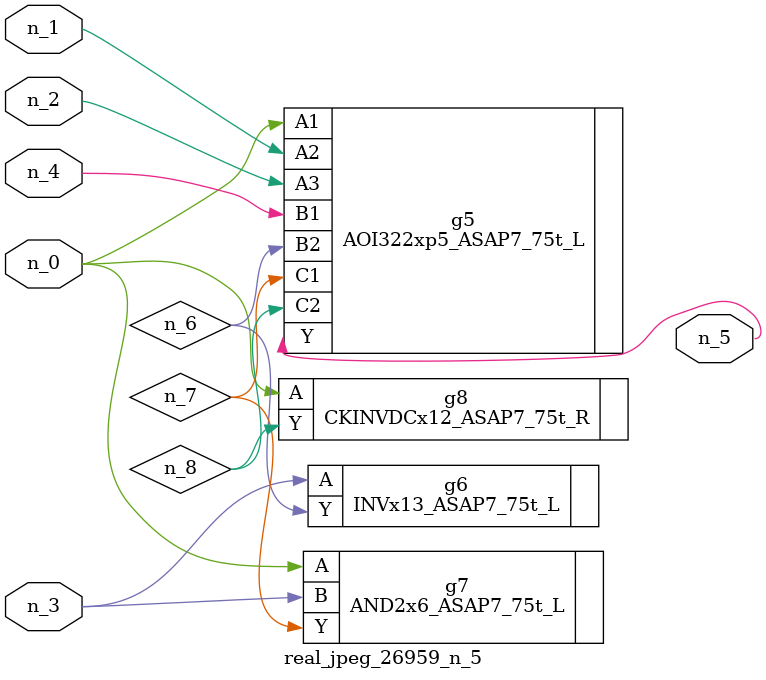
<source format=v>
module real_jpeg_26959_n_5 (n_4, n_0, n_1, n_2, n_3, n_5);

input n_4;
input n_0;
input n_1;
input n_2;
input n_3;

output n_5;

wire n_8;
wire n_6;
wire n_7;

AOI322xp5_ASAP7_75t_L g5 ( 
.A1(n_0),
.A2(n_1),
.A3(n_2),
.B1(n_4),
.B2(n_6),
.C1(n_7),
.C2(n_8),
.Y(n_5)
);

AND2x6_ASAP7_75t_L g7 ( 
.A(n_0),
.B(n_3),
.Y(n_7)
);

CKINVDCx12_ASAP7_75t_R g8 ( 
.A(n_0),
.Y(n_8)
);

INVx13_ASAP7_75t_L g6 ( 
.A(n_3),
.Y(n_6)
);


endmodule
</source>
